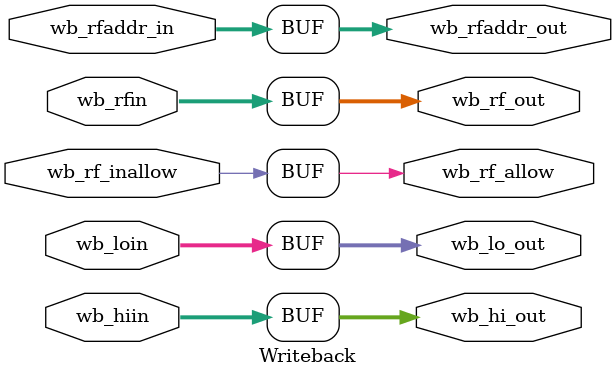
<source format=v>
`timescale 1ns / 1ps
module Writeback(
    input [4:0]wb_rfaddr_in,
    input [31:0]wb_rfin,
    input wb_rf_inallow,
    input [31:0]wb_hiin,
    input [31:0]wb_loin,
    output [4:0]wb_rfaddr_out,
    output [31:0]wb_rf_out,
    output wb_rf_allow,
    output [31:0]wb_hi_out,
    output [31:0]wb_lo_out
    );
    assign wb_rfaddr_out = wb_rfaddr_in;                    
    assign wb_rf_out = wb_rfin;          
    assign wb_rf_allow = wb_rf_inallow;
    assign wb_hi_out = wb_hiin;
    assign wb_lo_out = wb_loin;
endmodule
</source>
